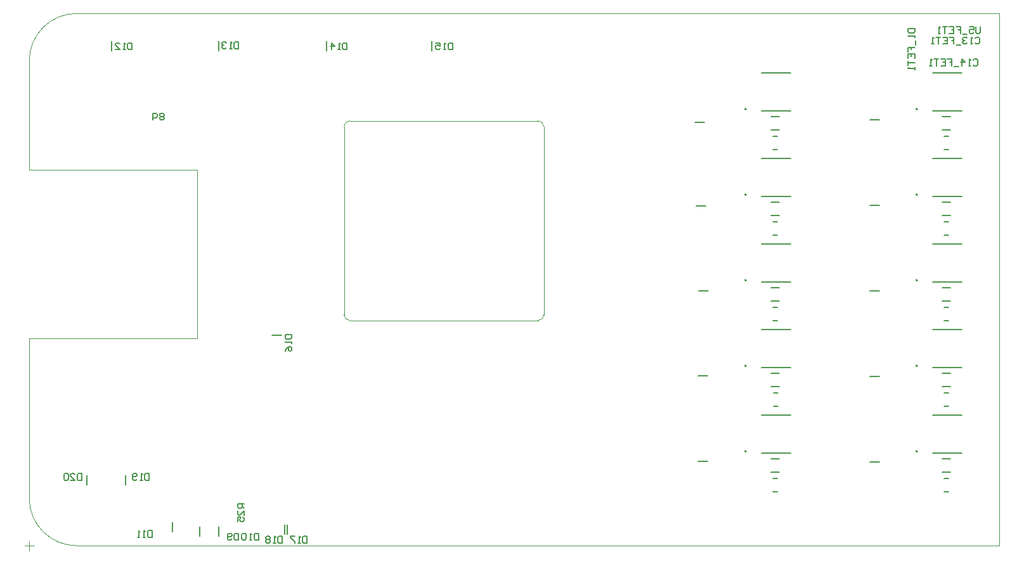
<source format=gbo>
G04 Layer_Color=32896*
%FSLAX25Y25*%
%MOIN*%
G70*
G01*
G75*
%ADD30C,0.00100*%
%ADD63C,0.00787*%
%ADD64C,0.00500*%
%ADD65C,0.00600*%
%ADD66C,0.00700*%
D30*
X165500Y121500D02*
G03*
X168500Y118500I3000J0D01*
G01*
X267500D02*
G03*
X270500Y121500I0J3000D01*
G01*
Y220500D02*
G03*
X267500Y223500I-3000J0D01*
G01*
X0Y25000D02*
G03*
X25000Y0I25000J0D01*
G01*
Y280000D02*
G03*
X0Y255000I0J-25000D01*
G01*
X168500Y223500D02*
G03*
X165500Y220500I0J-3000D01*
G01*
X0Y-2500D02*
Y2500D01*
X-2500Y0D02*
X2500D01*
X25000Y280000D02*
X510000D01*
X0Y25000D02*
Y109100D01*
Y197800D02*
Y255000D01*
Y109100D02*
X88300D01*
X0Y197800D02*
X88300D01*
Y109100D02*
Y197800D01*
X270500Y121500D02*
Y220500D01*
X165500Y121500D02*
Y220500D01*
X168500Y118500D02*
X267500D01*
X168500Y223500D02*
X267500D01*
X510000Y0D02*
Y280000D01*
X25000Y0D02*
X510000D01*
D63*
X376988Y49626D02*
G03*
X376988Y49626I-394J0D01*
G01*
X466988D02*
G03*
X466988Y49626I-394J0D01*
G01*
X376988Y94626D02*
G03*
X376988Y94626I-394J0D01*
G01*
X466988D02*
G03*
X466988Y94626I-394J0D01*
G01*
X376988Y139626D02*
G03*
X376988Y139626I-394J0D01*
G01*
X466988D02*
G03*
X466988Y139626I-394J0D01*
G01*
X376988Y184626D02*
G03*
X376988Y184626I-394J0D01*
G01*
X466988D02*
G03*
X466988Y184626I-394J0D01*
G01*
X376988Y229626D02*
G03*
X376988Y229626I-394J0D01*
G01*
X466988D02*
G03*
X466988Y229626I-394J0D01*
G01*
D64*
X384823Y68642D02*
X400177D01*
X384823Y48760D02*
X400177D01*
X474823Y68642D02*
X490177D01*
X474823Y48760D02*
X490177D01*
X384823Y113642D02*
X400177D01*
X384823Y93760D02*
X400177D01*
X474823Y113642D02*
X490177D01*
X474823Y93760D02*
X490177D01*
X384823Y158642D02*
X400177D01*
X384823Y138760D02*
X400177D01*
X474823Y158642D02*
X490177D01*
X474823Y138760D02*
X490177D01*
X384823Y203642D02*
X400177D01*
X384823Y183760D02*
X400177D01*
X474823Y203642D02*
X490177D01*
X474823Y183760D02*
X490177D01*
X384823Y248642D02*
X400177D01*
X384823Y228760D02*
X400177D01*
X474823Y248642D02*
X490177D01*
X474823Y228760D02*
X490177D01*
X390858Y35543D02*
X393142D01*
X390858Y28457D02*
X393142D01*
X480858Y35543D02*
X483142D01*
X480858Y28457D02*
X483142D01*
X391358Y80543D02*
X393642D01*
X391358Y73457D02*
X393642D01*
X480858Y80543D02*
X483142D01*
X480858Y73457D02*
X483142D01*
X390858Y125543D02*
X393142D01*
X390858Y118457D02*
X393142D01*
X480858Y125543D02*
X483142D01*
X480858Y118457D02*
X483142D01*
X390858Y170543D02*
X393142D01*
X390858Y163457D02*
X393142D01*
X480858Y170543D02*
X483142D01*
X480858Y163457D02*
X483142D01*
X390858Y215543D02*
X393142D01*
X390858Y208457D02*
X393142D01*
X480858Y215543D02*
X483142D01*
X480858Y208457D02*
X483142D01*
X389835Y45665D02*
X394165D01*
X389835Y38736D02*
X394165D01*
X479835Y45665D02*
X484165D01*
X479835Y38736D02*
X484165D01*
X389835Y90665D02*
X394165D01*
X389835Y83736D02*
X394165D01*
X479835Y90665D02*
X484165D01*
X479835Y83736D02*
X484165D01*
X389835Y135665D02*
X394165D01*
X389835Y128736D02*
X394165D01*
X479835Y135665D02*
X484165D01*
X479835Y128736D02*
X484165D01*
X389835Y180665D02*
X394165D01*
X389835Y173736D02*
X394165D01*
X479835Y180665D02*
X484165D01*
X479835Y173736D02*
X484165D01*
X389835Y225665D02*
X394165D01*
X389835Y218736D02*
X394165D01*
X479835Y225665D02*
X484165D01*
X479835Y218736D02*
X484165D01*
D65*
X127500Y110780D02*
X132500D01*
X99701Y5000D02*
Y10000D01*
X75279Y7500D02*
Y12500D01*
X135721Y6000D02*
Y11000D01*
X134201Y6000D02*
Y11000D01*
X89780Y5000D02*
Y10000D01*
X30299Y32000D02*
Y37000D01*
X50779Y32000D02*
Y37000D01*
X211701Y260500D02*
Y265500D01*
X156280Y260500D02*
Y265500D01*
X99779Y260500D02*
Y265500D01*
X43279Y260500D02*
Y265500D01*
X442000Y224181D02*
X447000D01*
X350000Y222882D02*
X355000D01*
X442000Y179181D02*
X447000D01*
X350500Y178882D02*
X355500D01*
X442000Y134181D02*
X447000D01*
X352000D02*
X357000D01*
X442000Y89181D02*
X447000D01*
X351500Y89402D02*
X356500D01*
X442000Y44181D02*
X447000D01*
X351500Y44402D02*
X356500D01*
D66*
X120500Y6499D02*
Y3000D01*
X118751D01*
X118167Y3583D01*
Y5916D01*
X118751Y6499D01*
X120500D01*
X117001Y3000D02*
X115835D01*
X116418D01*
Y6499D01*
X117001Y5916D01*
X114085D02*
X113502Y6499D01*
X112336D01*
X111753Y5916D01*
Y3583D01*
X112336Y3000D01*
X113502D01*
X114085Y3583D01*
Y5916D01*
X27500Y37999D02*
Y34500D01*
X25751D01*
X25167Y35083D01*
Y37416D01*
X25751Y37999D01*
X27500D01*
X21668Y34500D02*
X24001D01*
X21668Y36833D01*
Y37416D01*
X22252Y37999D01*
X23418D01*
X24001Y37416D01*
X20502D02*
X19919Y37999D01*
X18753D01*
X18170Y37416D01*
Y35083D01*
X18753Y34500D01*
X19919D01*
X20502Y35083D01*
Y37416D01*
X63000Y37999D02*
Y34500D01*
X61251D01*
X60667Y35083D01*
Y37416D01*
X61251Y37999D01*
X63000D01*
X59501Y34500D02*
X58335D01*
X58918D01*
Y37999D01*
X59501Y37416D01*
X56585Y35083D02*
X56002Y34500D01*
X54836D01*
X54253Y35083D01*
Y37416D01*
X54836Y37999D01*
X56002D01*
X56585Y37416D01*
Y36833D01*
X56002Y36249D01*
X54253D01*
X133000Y4999D02*
Y1500D01*
X131251D01*
X130667Y2083D01*
Y4416D01*
X131251Y4999D01*
X133000D01*
X129501Y1500D02*
X128335D01*
X128918D01*
Y4999D01*
X129501Y4416D01*
X126585D02*
X126002Y4999D01*
X124836D01*
X124253Y4416D01*
Y3833D01*
X124836Y3249D01*
X124253Y2666D01*
Y2083D01*
X124836Y1500D01*
X126002D01*
X126585Y2083D01*
Y2666D01*
X126002Y3249D01*
X126585Y3833D01*
Y4416D01*
X126002Y3249D02*
X124836D01*
X146000Y4999D02*
Y1500D01*
X144251D01*
X143667Y2083D01*
Y4416D01*
X144251Y4999D01*
X146000D01*
X142501Y1500D02*
X141335D01*
X141918D01*
Y4999D01*
X142501Y4416D01*
X139585Y4999D02*
X137253D01*
Y4416D01*
X139585Y2083D01*
Y1500D01*
X134501Y111000D02*
X138000D01*
Y109251D01*
X137417Y108667D01*
X135084D01*
X134501Y109251D01*
Y111000D01*
X138000Y107501D02*
Y106335D01*
Y106918D01*
X134501D01*
X135084Y107501D01*
X134501Y102253D02*
X135084Y103419D01*
X136251Y104585D01*
X137417D01*
X138000Y104002D01*
Y102836D01*
X137417Y102253D01*
X136834D01*
X136251Y102836D01*
Y104585D01*
X222500Y264499D02*
Y261000D01*
X220751D01*
X220167Y261583D01*
Y263916D01*
X220751Y264499D01*
X222500D01*
X219001Y261000D02*
X217835D01*
X218418D01*
Y264499D01*
X219001Y263916D01*
X213753Y264499D02*
X216085D01*
Y262749D01*
X214919Y263333D01*
X214336D01*
X213753Y262749D01*
Y261583D01*
X214336Y261000D01*
X215502D01*
X216085Y261583D01*
X167000Y264499D02*
Y261000D01*
X165251D01*
X164667Y261583D01*
Y263916D01*
X165251Y264499D01*
X167000D01*
X163501Y261000D02*
X162335D01*
X162918D01*
Y264499D01*
X163501Y263916D01*
X158836Y261000D02*
Y264499D01*
X160585Y262749D01*
X158253D01*
X110000Y264999D02*
Y261500D01*
X108251D01*
X107667Y262083D01*
Y264416D01*
X108251Y264999D01*
X110000D01*
X106501Y261500D02*
X105335D01*
X105918D01*
Y264999D01*
X106501Y264416D01*
X103585D02*
X103002Y264999D01*
X101836D01*
X101253Y264416D01*
Y263833D01*
X101836Y263249D01*
X102419D01*
X101836D01*
X101253Y262666D01*
Y262083D01*
X101836Y261500D01*
X103002D01*
X103585Y262083D01*
X54000Y264499D02*
Y261000D01*
X52251D01*
X51667Y261583D01*
Y263916D01*
X52251Y264499D01*
X54000D01*
X50501Y261000D02*
X49335D01*
X49918D01*
Y264499D01*
X50501Y263916D01*
X45253Y261000D02*
X47585D01*
X45253Y263333D01*
Y263916D01*
X45836Y264499D01*
X47002D01*
X47585Y263916D01*
X64500Y7999D02*
Y4500D01*
X62751D01*
X62167Y5083D01*
Y7416D01*
X62751Y7999D01*
X64500D01*
X61001Y4500D02*
X59835D01*
X60418D01*
Y7999D01*
X61001Y7416D01*
X58085Y4500D02*
X56919D01*
X57502D01*
Y7999D01*
X58085Y7416D01*
X110000Y6499D02*
Y3000D01*
X108251D01*
X107667Y3583D01*
Y5916D01*
X108251Y6499D01*
X110000D01*
X106501Y3583D02*
X105918Y3000D01*
X104752D01*
X104169Y3583D01*
Y5916D01*
X104752Y6499D01*
X105918D01*
X106501Y5916D01*
Y5333D01*
X105918Y4749D01*
X104169D01*
X113000Y22000D02*
X109501D01*
Y20251D01*
X110084Y19667D01*
X111251D01*
X111834Y20251D01*
Y22000D01*
Y20834D02*
X113000Y19667D01*
Y16169D02*
Y18501D01*
X110667Y16169D01*
X110084D01*
X109501Y16752D01*
Y17918D01*
X110084Y18501D01*
X109501Y12670D02*
Y15002D01*
X111251D01*
X110667Y13836D01*
Y13253D01*
X111251Y12670D01*
X112417D01*
X113000Y13253D01*
Y14419D01*
X112417Y15002D01*
X500000Y272999D02*
Y270083D01*
X499417Y269500D01*
X498251D01*
X497667Y270083D01*
Y272999D01*
X494169D02*
X496501D01*
Y271249D01*
X495335Y271833D01*
X494752D01*
X494169Y271249D01*
Y270083D01*
X494752Y269500D01*
X495918D01*
X496501Y270083D01*
X493002Y268917D02*
X490670D01*
X487171Y272999D02*
X489503D01*
Y271249D01*
X488337D01*
X489503D01*
Y269500D01*
X483672Y272999D02*
X486004D01*
Y269500D01*
X483672D01*
X486004Y271249D02*
X484838D01*
X482506Y272999D02*
X480173D01*
X481339D01*
Y269500D01*
X479007D02*
X477841D01*
X478424D01*
Y272999D01*
X479007Y272416D01*
X462001Y272000D02*
X465500D01*
Y270251D01*
X464917Y269667D01*
X462584D01*
X462001Y270251D01*
Y272000D01*
X465500Y268501D02*
Y267335D01*
Y267918D01*
X462001D01*
X462584Y268501D01*
X466083Y265585D02*
Y263253D01*
X462001Y259754D02*
Y262087D01*
X463751D01*
Y260920D01*
Y262087D01*
X465500D01*
X462001Y256255D02*
Y258588D01*
X465500D01*
Y256255D01*
X463751Y258588D02*
Y257421D01*
X462001Y255089D02*
Y252756D01*
Y253923D01*
X465500D01*
Y251590D02*
Y250424D01*
Y251007D01*
X462001D01*
X462584Y251590D01*
X496167Y255416D02*
X496751Y255999D01*
X497917D01*
X498500Y255416D01*
Y253083D01*
X497917Y252500D01*
X496751D01*
X496167Y253083D01*
X495001Y252500D02*
X493835D01*
X494418D01*
Y255999D01*
X495001Y255416D01*
X490336Y252500D02*
Y255999D01*
X492085Y254249D01*
X489753D01*
X488587Y251917D02*
X486254D01*
X482755Y255999D02*
X485088D01*
Y254249D01*
X483921D01*
X485088D01*
Y252500D01*
X479256Y255999D02*
X481589D01*
Y252500D01*
X479256D01*
X481589Y254249D02*
X480422D01*
X478090Y255999D02*
X475757D01*
X476924D01*
Y252500D01*
X474591D02*
X473425D01*
X474008D01*
Y255999D01*
X474591Y255416D01*
X497167Y266916D02*
X497751Y267499D01*
X498917D01*
X499500Y266916D01*
Y264583D01*
X498917Y264000D01*
X497751D01*
X497167Y264583D01*
X496001Y264000D02*
X494835D01*
X495418D01*
Y267499D01*
X496001Y266916D01*
X493085D02*
X492502Y267499D01*
X491336D01*
X490753Y266916D01*
Y266333D01*
X491336Y265749D01*
X491919D01*
X491336D01*
X490753Y265166D01*
Y264583D01*
X491336Y264000D01*
X492502D01*
X493085Y264583D01*
X489586Y263417D02*
X487254D01*
X483755Y267499D02*
X486088D01*
Y265749D01*
X484921D01*
X486088D01*
Y264000D01*
X480256Y267499D02*
X482589D01*
Y264000D01*
X480256D01*
X482589Y265749D02*
X481423D01*
X479090Y267499D02*
X476757D01*
X477924D01*
Y264000D01*
X475591D02*
X474425D01*
X475008D01*
Y267499D01*
X475591Y266916D01*
X65000Y224000D02*
Y227499D01*
X66749D01*
X67333Y226916D01*
Y225749D01*
X66749Y225166D01*
X65000D01*
X68499Y226916D02*
X69082Y227499D01*
X70248D01*
X70831Y226916D01*
Y226333D01*
X70248Y225749D01*
X70831Y225166D01*
Y224583D01*
X70248Y224000D01*
X69082D01*
X68499Y224583D01*
Y225166D01*
X69082Y225749D01*
X68499Y226333D01*
Y226916D01*
X69082Y225749D02*
X70248D01*
M02*

</source>
